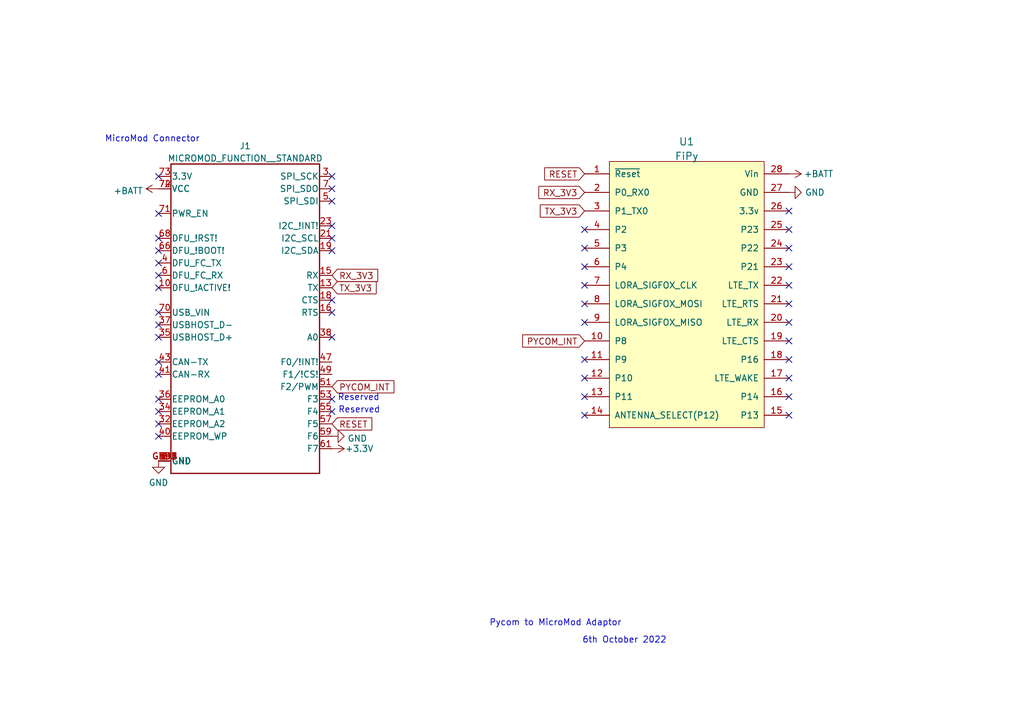
<source format=kicad_sch>
(kicad_sch (version 20211123) (generator eeschema)
  (paper "A5")
  (lib_symbols
    (symbol "Micromod:MICROMOD_FUNCTION__STANDARD" (pin_names (offset 0.127))
      (property "Reference" "J" (at 0 -6.35 0))
      (property "Value" "MICROMOD_FUNCTION__STANDARD" (at 0 -6.35 0))
      (symbol "MICROMOD_FUNCTION__STANDARD_1_1"
        (polyline (pts (xy -15.24 -35.56) (xy -15.24 27.94)) (stroke (width 0.254)))
        (polyline (pts (xy -15.24 27.94) (xy 15.24 27.94)) (stroke (width 0.254)))
        (polyline (pts (xy 15.24 -35.56) (xy -15.24 -35.56)) (stroke (width 0.254)))
        (polyline (pts (xy 15.24 27.94) (xy 15.24 -35.56)) (stroke (width 0.254)))
        (pin bidirectional line (at -17.78 -33.02 0) (length 2.54) (name "GND") (number "1"))
        (pin bidirectional line (at -17.78 2.54 0) (length 2.54) (name "DFU_!ACTIVE!") (number "10"))
        (pin bidirectional line (at 17.78 2.54 180) (length 2.54) (name "TX") (number "13"))
        (pin bidirectional line (at 17.78 5.08 180) (length 2.54) (name "RX") (number "15"))
        (pin bidirectional line (at 17.78 -2.54 180) (length 2.54) (name "RTS") (number "16"))
        (pin bidirectional line (at 17.78 0 180) (length 2.54) (name "CTS") (number "18"))
        (pin bidirectional line (at 17.78 10.16 180) (length 2.54) (name "I2C_SDA") (number "19"))
        (pin bidirectional line (at -17.78 -33.02 0) (length 2.54) (name "GND") (number "2"))
        (pin bidirectional line (at 17.78 12.7 180) (length 2.54) (name "I2C_SCL") (number "21"))
        (pin bidirectional line (at 17.78 15.24 180) (length 2.54) (name "I2C_!INT!") (number "23"))
        (pin bidirectional line (at 17.78 25.4 180) (length 2.54) (name "SPI_SCK") (number "3"))
        (pin bidirectional line (at -17.78 -25.4 0) (length 2.54) (name "EEPROM_A2") (number "32"))
        (pin bidirectional line (at -17.78 -33.02 0) (length 2.54) (name "GND") (number "33"))
        (pin bidirectional line (at -17.78 -22.86 0) (length 2.54) (name "EEPROM_A1") (number "34"))
        (pin bidirectional line (at -17.78 -7.62 0) (length 2.54) (name "USBHOST_D+") (number "35"))
        (pin bidirectional line (at -17.78 -20.32 0) (length 2.54) (name "EEPROM_A0") (number "36"))
        (pin bidirectional line (at -17.78 -5.08 0) (length 2.54) (name "USBHOST_D-") (number "37"))
        (pin bidirectional line (at 17.78 -7.62 180) (length 2.54) (name "A0") (number "38"))
        (pin bidirectional line (at -17.78 -33.02 0) (length 2.54) (name "GND") (number "39"))
        (pin bidirectional line (at -17.78 7.62 0) (length 2.54) (name "DFU_FC_TX") (number "4"))
        (pin bidirectional line (at -17.78 -27.94 0) (length 2.54) (name "EEPROM_WP") (number "40"))
        (pin bidirectional line (at -17.78 -15.24 0) (length 2.54) (name "CAN-RX") (number "41"))
        (pin bidirectional line (at -17.78 -12.7 0) (length 2.54) (name "CAN-TX") (number "43"))
        (pin bidirectional line (at -17.78 -33.02 0) (length 2.54) (name "GND") (number "45"))
        (pin bidirectional line (at 17.78 -12.7 180) (length 2.54) (name "F0/!INT!") (number "47"))
        (pin bidirectional line (at 17.78 -15.24 180) (length 2.54) (name "F1/!CS!") (number "49"))
        (pin bidirectional line (at 17.78 20.32 180) (length 2.54) (name "SPI_SDI") (number "5"))
        (pin bidirectional line (at 17.78 -17.78 180) (length 2.54) (name "F2/PWM") (number "51"))
        (pin bidirectional line (at 17.78 -20.32 180) (length 2.54) (name "F3") (number "53"))
        (pin bidirectional line (at 17.78 -22.86 180) (length 2.54) (name "F4") (number "55"))
        (pin bidirectional line (at 17.78 -25.4 180) (length 2.54) (name "F5") (number "57"))
        (pin bidirectional line (at 17.78 -27.94 180) (length 2.54) (name "F6") (number "59"))
        (pin bidirectional line (at -17.78 5.08 0) (length 2.54) (name "DFU_FC_RX") (number "6"))
        (pin bidirectional line (at 17.78 -30.48 180) (length 2.54) (name "F7") (number "61"))
        (pin bidirectional line (at -17.78 10.16 0) (length 2.54) (name "DFU_!BOOT!") (number "66"))
        (pin bidirectional line (at -17.78 12.7 0) (length 2.54) (name "DFU_!RST!") (number "68"))
        (pin bidirectional line (at 17.78 22.86 180) (length 2.54) (name "SPI_SDO") (number "7"))
        (pin bidirectional line (at -17.78 -2.54 0) (length 2.54) (name "USB_VIN") (number "70"))
        (pin bidirectional line (at -17.78 17.78 0) (length 2.54) (name "PWR_EN") (number "71"))
        (pin bidirectional line (at -17.78 22.86 0) (length 2.54) (name "VCC") (number "72"))
        (pin bidirectional line (at -17.78 25.4 0) (length 2.54) (name "3.3V") (number "73"))
        (pin bidirectional line (at -17.78 22.86 0) (length 2.54) (name "VCC") (number "74"))
        (pin bidirectional line (at -17.78 -33.02 0) (length 2.54) (name "GND") (number "75"))
        (pin bidirectional line (at -17.78 -33.02 0) (length 2.54) (name "GND") (number "8"))
        (pin bidirectional line (at -17.78 -33.02 0) (length 2.54) (name "GND") (number "GND1"))
        (pin bidirectional line (at -17.78 -33.02 0) (length 2.54) (name "GND") (number "GND2"))
        (pin bidirectional line (at -17.78 -33.02 0) (length 2.54) (name "GND") (number "GND3"))
        (pin bidirectional line (at -17.78 -33.02 0) (length 2.54) (name "GND") (number "GND4"))
        (pin bidirectional line (at -17.78 -33.02 0) (length 2.54) (name "GND") (number "GND5"))
        (pin bidirectional line (at -17.78 -33.02 0) (length 2.54) (name "GND") (number "GND6"))
      )
    )
    (symbol "power:+3.3V" (power) (pin_names (offset 0))
      (property "Value" "+3.3V" (at 0 3.556 0))
      (symbol "+3.3V_0_1"
        (polyline (pts (xy -0.762 1.27) (xy 0 2.54)))
        (polyline (pts (xy 0 0) (xy 0 2.54)))
        (polyline (pts (xy 0 2.54) (xy 0.762 1.27)))
      )
      (symbol "+3.3V_1_1"
        (pin power_in line (at 0 0 90) (length 0) hide (name "+3.3V") (number "1"))
      )
    )
    (symbol "power:+BATT" (power) (pin_names (offset 0))
      (property "Value" "+BATT" (at 0 3.556 0))
      (symbol "+BATT_0_1"
        (polyline (pts (xy -0.762 1.27) (xy 0 2.54)))
        (polyline (pts (xy 0 0) (xy 0 2.54)))
        (polyline (pts (xy 0 2.54) (xy 0.762 1.27)))
      )
      (symbol "+BATT_1_1"
        (pin power_in line (at 0 0 90) (length 0) hide (name "+BATT") (number "1"))
      )
    )
    (symbol "power:GND" (power) (pin_names (offset 0))
      (property "Value" "GND" (at 0 -3.81 0))
      (symbol "GND_0_1"
        (polyline (pts (xy 0 0) (xy 0 -1.27) (xy 1.27 -1.27) (xy 0 -2.54) (xy -1.27 -1.27) (xy 0 -1.27)))
      )
      (symbol "GND_1_1"
        (pin power_in line (at 0 0 270) (length 0) hide (name "GND") (number "1"))
      )
    )
    (symbol "pycom:FiPy" (pin_names (offset 1.016))
      (property "Reference" "U" (at 20.32 -21.59 0))
      (property "Value" "FiPy" (at 20.32 -17.78 0))
      (symbol "FiPy_1_1"
        (rectangle (start 5.08 -2.54) (end 36.83 -57.15) (fill (type background)))
        (pin input line (at 0 -5.08 0) (length 5.08) (name "~{Reset}") (number "1"))
        (pin bidirectional line (at 0 -39.37 0) (length 5.08) (name "P8") (number "10"))
        (pin bidirectional line (at 0 -43.18 0) (length 5.08) (name "P9") (number "11"))
        (pin bidirectional line (at 0 -46.99 0) (length 5.08) (name "P10") (number "12"))
        (pin bidirectional line (at 0 -50.8 0) (length 5.08) (name "P11") (number "13"))
        (pin bidirectional line (at 0 -54.61 0) (length 5.08) (name "ANTENNA_SELECT(P12)") (number "14"))
        (pin input line (at 41.91 -54.61 180) (length 5.08) (name "P13") (number "15"))
        (pin input line (at 41.91 -50.8 180) (length 5.08) (name "P14") (number "16"))
        (pin input line (at 41.91 -46.99 180) (length 5.08) (name "LTE_WAKE") (number "17"))
        (pin input line (at 41.91 -43.18 180) (length 5.08) (name "P16") (number "18"))
        (pin input line (at 41.91 -39.37 180) (length 5.08) (name "LTE_CTS") (number "19"))
        (pin bidirectional line (at 0 -8.89 0) (length 5.08) (name "P0_RX0") (number "2"))
        (pin input line (at 41.91 -35.56 180) (length 5.08) (name "LTE_RX") (number "20"))
        (pin bidirectional line (at 41.91 -31.75 180) (length 5.08) (name "LTE_RTS") (number "21"))
        (pin bidirectional line (at 41.91 -27.94 180) (length 5.08) (name "LTE_TX") (number "22"))
        (pin bidirectional line (at 41.91 -24.13 180) (length 5.08) (name "P21") (number "23"))
        (pin bidirectional line (at 41.91 -20.32 180) (length 5.08) (name "P22") (number "24"))
        (pin bidirectional line (at 41.91 -16.51 180) (length 5.08) (name "P23") (number "25"))
        (pin power_out line (at 41.91 -12.7 180) (length 5.08) (name "3.3v") (number "26"))
        (pin power_in line (at 41.91 -8.89 180) (length 5.08) (name "GND") (number "27"))
        (pin power_in line (at 41.91 -5.08 180) (length 5.08) (name "Vin") (number "28"))
        (pin bidirectional line (at 0 -12.7 0) (length 5.08) (name "P1_TX0") (number "3"))
        (pin bidirectional line (at 0 -16.51 0) (length 5.08) (name "P2") (number "4"))
        (pin bidirectional line (at 0 -20.32 0) (length 5.08) (name "P3") (number "5"))
        (pin bidirectional line (at 0 -24.13 0) (length 5.08) (name "P4") (number "6"))
        (pin bidirectional line (at 0 -27.94 0) (length 5.08) (name "LORA_SIGFOX_CLK") (number "7"))
        (pin bidirectional line (at 0 -31.75 0) (length 5.08) (name "LORA_SIGFOX_MOSI") (number "8"))
        (pin bidirectional line (at 0 -35.56 0) (length 5.08) (name "LORA_SIGFOX_MISO") (number "9"))
      )
    )
  )
  (no_connect (at 68.072 64.135))
  (no_connect (at 68.072 61.595))
  (no_connect (at 119.888 47.117))
  (no_connect (at 119.888 73.787))
  (no_connect (at 119.888 77.597))
  (no_connect (at 119.888 81.407))
  (no_connect (at 119.888 85.217))
  (no_connect (at 119.888 50.927))
  (no_connect (at 119.888 54.737))
  (no_connect (at 119.888 58.547))
  (no_connect (at 119.888 62.357))
  (no_connect (at 119.888 66.167))
  (no_connect (at 32.512 36.195))
  (no_connect (at 68.072 51.435))
  (no_connect (at 68.072 48.895))
  (no_connect (at 68.072 41.275))
  (no_connect (at 68.072 36.195))
  (no_connect (at 68.072 38.735))
  (no_connect (at 68.072 46.355))
  (no_connect (at 32.512 43.815))
  (no_connect (at 32.512 48.895))
  (no_connect (at 68.072 69.215))
  (no_connect (at 161.798 85.217))
  (no_connect (at 161.798 81.407))
  (no_connect (at 161.798 77.597))
  (no_connect (at 161.798 73.787))
  (no_connect (at 161.798 69.977))
  (no_connect (at 161.798 66.167))
  (no_connect (at 161.798 62.357))
  (no_connect (at 161.798 58.547))
  (no_connect (at 161.798 54.737))
  (no_connect (at 161.798 50.927))
  (no_connect (at 161.798 47.117))
  (no_connect (at 161.798 43.307))
  (no_connect (at 32.512 64.135))
  (no_connect (at 32.512 69.215))
  (no_connect (at 32.512 59.055))
  (no_connect (at 32.512 66.675))
  (no_connect (at 32.512 84.455))
  (no_connect (at 32.512 86.995))
  (no_connect (at 32.512 89.535))
  (no_connect (at 32.512 56.515))
  (no_connect (at 32.512 51.435))
  (no_connect (at 32.512 53.975))
  (no_connect (at 32.512 76.835))
  (no_connect (at 32.512 74.295))
  (no_connect (at 32.512 81.915))
  (no_connect (at 68.072 81.915))
  (no_connect (at 68.072 84.455))
  (text "MicroMod Connector" (at 21.463 29.337 0) (effects (font (size 1.27 1.27)) (justify left bottom)))
  (text "Reserved" (at 69.215 82.423 0) (effects (font (size 1.27 1.27)) (justify left bottom)))
  (text "Pycom to MicroMod Adaptor" (at 100.33 128.651 0) (effects (font (size 1.27 1.27)) (justify left bottom)))
  (text "6th October 2022" (at 119.38 132.207 0) (effects (font (size 1.27 1.27)) (justify left bottom)))
  (text "Reserved" (at 69.342 84.963 0) (effects (font (size 1.27 1.27)) (justify left bottom)))
  (global_label "RESET" (shape input) (at 68.072 86.995 0) (property "Intersheet References" "${INTERSHEET_REFS}" (effects hide)))
  (global_label "TX_3V3" (shape input) (at 68.072 59.055 0) (property "Intersheet References" "${INTERSHEET_REFS}" (effects hide)))
  (global_label "RESET" (shape input) (at 119.888 35.687 180) (property "Intersheet References" "${INTERSHEET_REFS}" (effects hide)))
  (global_label "PYCOM_INT" (shape input) (at 119.888 69.977 180) (property "Intersheet References" "${INTERSHEET_REFS}" (effects hide)))
  (global_label "TX_3V3" (shape input) (at 119.888 43.307 180) (property "Intersheet References" "${INTERSHEET_REFS}" (effects hide)))
  (global_label "PYCOM_INT" (shape input) (at 68.072 79.375 0) (property "Intersheet References" "${INTERSHEET_REFS}" (effects hide)))
  (global_label "RX_3V3" (shape input) (at 68.072 56.515 0) (property "Intersheet References" "${INTERSHEET_REFS}" (effects hide)))
  (global_label "RX_3V3" (shape input) (at 119.888 39.497 180) (property "Intersheet References" "${INTERSHEET_REFS}" (effects hide)))
  (symbol (lib_id "power:+BATT") (at 161.798 35.687 270) (unit 1)
    (property "Reference" "#PWR06" (effects hide))
    (property "Value" "+BATT" (at 164.846 35.687 90) (effects (justify left)))
  )
  (symbol (lib_id "Micromod:MICROMOD_FUNCTION__STANDARD") (at 50.292 61.595 0) (unit 1)
    (property "Reference" "J1" (at 50.292 29.9552 0))
    (property "Value" "MICROMOD_FUNCTION__STANDARD" (at 50.292 32.4921 0))
    (property "Footprint" "Micromod:M.2-CARD-E-22_FUNCTION_STANDARD" (effects hide))
  )
  (symbol (lib_id "power:GND") (at 161.798 39.497 90) (unit 1)
    (property "Reference" "#PWR07" (effects hide))
    (property "Value" "GND" (at 169.164 39.497 90) (effects (justify left)))
  )
  (symbol (lib_id "power:GND") (at 32.512 94.615 0) (unit 1)
    (property "Reference" "#PWR03" (effects hide))
    (property "Value" "GND" (at 32.512 99.0584 0))
  )
  (symbol (lib_id "power:+BATT") (at 32.512 38.735 90) (unit 1)
    (property "Reference" "#PWR02" (effects hide))
    (property "Value" "+BATT" (at 29.337 39.1688 90) (effects (justify left)))
  )
  (symbol (lib_id "pycom:FiPy") (at 119.888 30.607 0) (unit 1)
    (property "Reference" "U1" (at 140.843 29.0629 0) (effects (font (size 1.524 1.524))))
    (property "Value" "FiPy" (at 140.843 32.0563 0) (effects (font (size 1.524 1.524))))
    (property "Footprint" "Pycom:xxPy_tht_headers" (effects hide))
  )
  (symbol (lib_id "power:GND") (at 68.072 89.535 90) (unit 1)
    (property "Reference" "#PWR04" (effects hide))
    (property "Value" "GND" (at 71.247 89.9688 90) (effects (justify right)))
  )
  (symbol (lib_id "power:+3.3V") (at 68.072 92.075 270) (unit 1)
    (property "Reference" "#PWR05" (effects hide))
    (property "Value" "+3.3V" (at 70.739 92.075 90) (effects (justify left)))
  )
)
</source>
